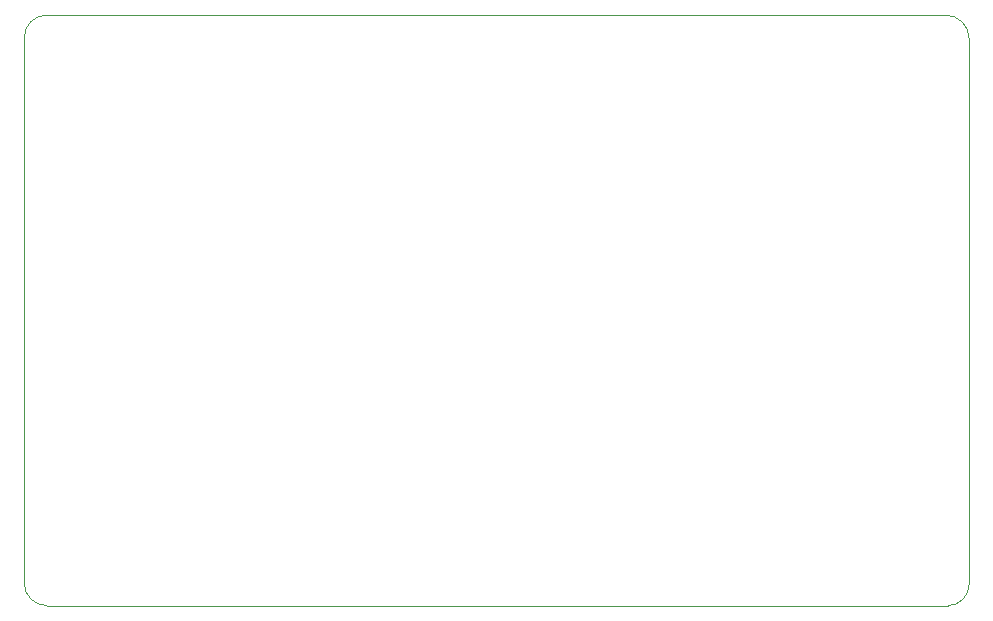
<source format=gm1>
G04 Layer_Color=16711935*
%FSLAX25Y25*%
%MOIN*%
G70*
G01*
G75*
%ADD102C,0.00394*%
D102*
X417323Y478740D02*
G03*
X409842Y471260I0J-7480D01*
G01*
Y289370D02*
G03*
X417323Y281890I7480J0D01*
G01*
X724803Y470866D02*
G03*
X716929Y478740I-7874J0D01*
G01*
X717745Y281890D02*
G03*
X724803Y288948I0J7058D01*
G01*
X409842Y289370D02*
Y471260D01*
X417323Y281890D02*
X716929D01*
X724803Y289764D02*
Y470866D01*
X417323Y478740D02*
X716929D01*
Y281890D02*
X717745D01*
X724803Y288948D02*
Y289764D01*
M02*

</source>
